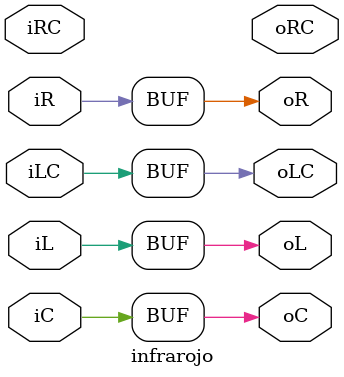
<source format=v>
`timescale 1ns / 1ps


module infrarojo(   
                    // Conexiones del Dispositivo
                    input iL,
                    input iLC,
                    input iC,
                    input iRC,
                    input iR,

                    // Registros
                    output oL,
                    output oLC,
                    output oC,
                    output oRC,
                    output oR
                    );

assign oL = iL;
assign oLC = iLC;
assign oC = iC;
assign oRC = oRC;
assign oR = iR;

endmodule
</source>
